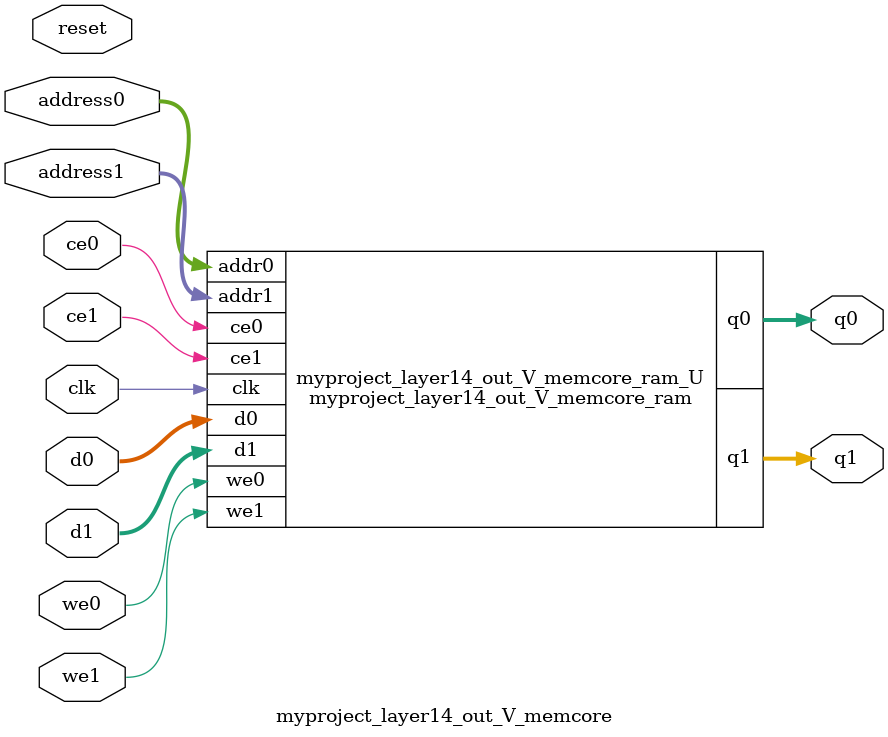
<source format=v>
`timescale 1 ns / 1 ps
module myproject_layer14_out_V_memcore_ram (addr0, ce0, d0, we0, q0, addr1, ce1, d1, we1, q1,  clk);

parameter DWIDTH = 12;
parameter AWIDTH = 8;
parameter MEM_SIZE = 168;

input[AWIDTH-1:0] addr0;
input ce0;
input[DWIDTH-1:0] d0;
input we0;
output reg[DWIDTH-1:0] q0;
input[AWIDTH-1:0] addr1;
input ce1;
input[DWIDTH-1:0] d1;
input we1;
output reg[DWIDTH-1:0] q1;
input clk;

(* ram_style = "block" *)reg [DWIDTH-1:0] ram[0:MEM_SIZE-1];




always @(posedge clk)  
begin 
    if (ce0) 
    begin
        if (we0) 
        begin 
            ram[addr0] <= d0; 
        end 
        q0 <= ram[addr0];
    end
end


always @(posedge clk)  
begin 
    if (ce1) 
    begin
        if (we1) 
        begin 
            ram[addr1] <= d1; 
        end 
        q1 <= ram[addr1];
    end
end


endmodule

`timescale 1 ns / 1 ps
module myproject_layer14_out_V_memcore(
    reset,
    clk,
    address0,
    ce0,
    we0,
    d0,
    q0,
    address1,
    ce1,
    we1,
    d1,
    q1);

parameter DataWidth = 32'd12;
parameter AddressRange = 32'd168;
parameter AddressWidth = 32'd8;
input reset;
input clk;
input[AddressWidth - 1:0] address0;
input ce0;
input we0;
input[DataWidth - 1:0] d0;
output[DataWidth - 1:0] q0;
input[AddressWidth - 1:0] address1;
input ce1;
input we1;
input[DataWidth - 1:0] d1;
output[DataWidth - 1:0] q1;



myproject_layer14_out_V_memcore_ram myproject_layer14_out_V_memcore_ram_U(
    .clk( clk ),
    .addr0( address0 ),
    .ce0( ce0 ),
    .we0( we0 ),
    .d0( d0 ),
    .q0( q0 ),
    .addr1( address1 ),
    .ce1( ce1 ),
    .we1( we1 ),
    .d1( d1 ),
    .q1( q1 ));

endmodule


</source>
